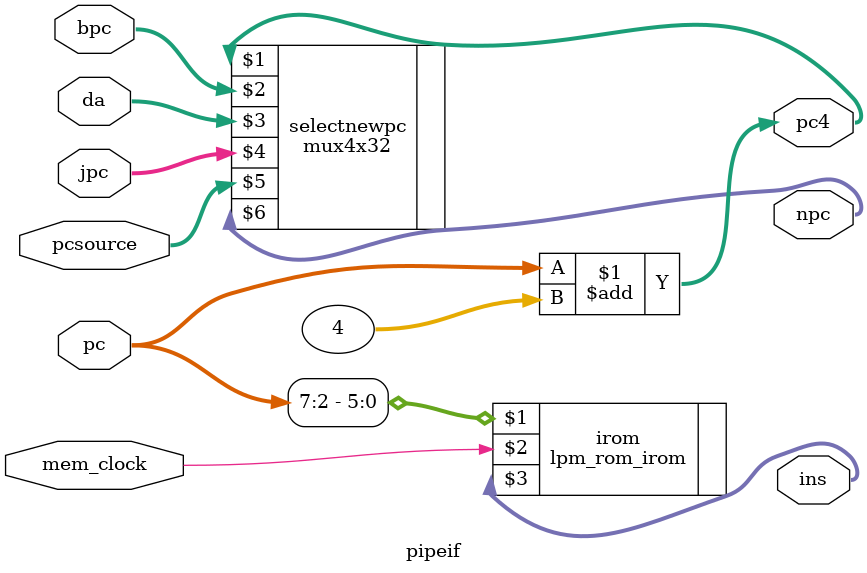
<source format=v>
module pipeif( 
	pcsource,pc,bpc,da,jpc,
	npc,pc4,ins,mem_clock );

	input [31:0] pc,bpc,da,jpc;
	input [1:0] pcsource;
	input mem_clock;
	
	output [31:0] npc,pc4,ins;

	
	// bpc: branch addr 
	mux4x32 selectnewpc (pc4,bpc,da,jpc,pcsource,npc);
	//cla32 pc_plus4(pc,32'h4,1'b0,pc4);
	assign pc4=pc+4;
	lpm_rom_irom irom (pc[7:2],mem_clock,ins);// instruction memory.
	
endmodule

</source>
